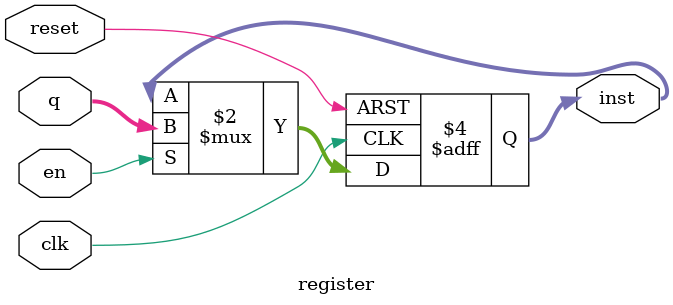
<source format=sv>
module register
#(parameter WIDTH=32)
(input logic [WIDTH-1:0]  q, input logic clk, reset, en, output logic [WIDTH-1:0] inst);
	
always @(posedge clk, posedge reset)
begin
	if(reset)
		inst <= 32'd0;
	else if(en)
		inst<= q;
end

endmodule

</source>
